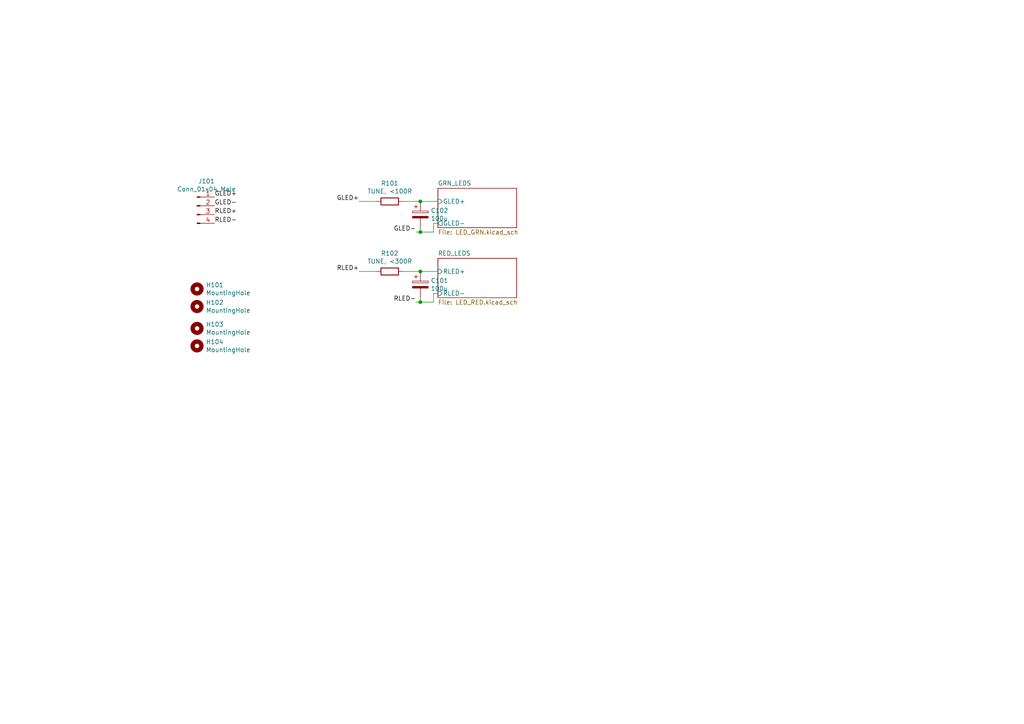
<source format=kicad_sch>
(kicad_sch (version 20211123) (generator eeschema)
  (paper "A4")
  (lib_symbols
    (symbol "Connector:Conn_01x04_Male" (pin_names (offset 1.016) hide)
      (property "Reference" "J" (at 0 5.08 0))
      (property "Value" "Connector_Conn_01x04_Male" (at 0 -7.62 0))
      (symbol "Conn_01x04_Male_1_1"
        (polyline (pts (xy 1.27 -5.08) (xy 0.8636 -5.08)) (stroke (width 0.1524)))
        (polyline (pts (xy 1.27 -2.54) (xy 0.8636 -2.54)) (stroke (width 0.1524)))
        (polyline (pts (xy 1.27 0) (xy 0.8636 0)) (stroke (width 0.1524)))
        (polyline (pts (xy 1.27 2.54) (xy 0.8636 2.54)) (stroke (width 0.1524)))
        (rectangle (start 0.8636 -4.953) (end 0 -5.207) (stroke (width 0.1524)) (fill (type outline)))
        (rectangle (start 0.8636 -2.413) (end 0 -2.667) (stroke (width 0.1524)) (fill (type outline)))
        (rectangle (start 0.8636 0.127) (end 0 -0.127) (stroke (width 0.1524)) (fill (type outline)))
        (rectangle (start 0.8636 2.667) (end 0 2.413) (stroke (width 0.1524)) (fill (type outline)))
        (pin passive line (at 5.08 2.54 180) (length 3.81) (name "Pin_1") (number "1"))
        (pin passive line (at 5.08 0 180) (length 3.81) (name "Pin_2") (number "2"))
        (pin passive line (at 5.08 -2.54 180) (length 3.81) (name "Pin_3") (number "3"))
        (pin passive line (at 5.08 -5.08 180) (length 3.81) (name "Pin_4") (number "4"))
      )
    )
    (symbol "Device:CP" (pin_numbers hide) (pin_names (offset 0.254))
      (property "Reference" "C" (at 0.635 2.54 0))
      (property "Value" "Device_CP" (at 0.635 -2.54 0))
      (symbol "CP_0_1"
        (rectangle (start -2.286 0.508) (end 2.286 1.016))
        (polyline (pts (xy -1.778 2.286) (xy -0.762 2.286)))
        (polyline (pts (xy -1.27 2.794) (xy -1.27 1.778)))
        (rectangle (start 2.286 -0.508) (end -2.286 -1.016) (fill (type outline)))
      )
      (symbol "CP_1_1"
        (pin passive line (at 0 3.81 270) (length 2.794) (name "~") (number "1"))
        (pin passive line (at 0 -3.81 90) (length 2.794) (name "~") (number "2"))
      )
    )
    (symbol "Device:R" (pin_numbers hide) (pin_names (offset 0))
      (property "Reference" "R" (at 2.032 0 90))
      (property "Value" "Device_R" (at 0 0 90))
      (symbol "R_0_1"
        (rectangle (start -1.016 -2.54) (end 1.016 2.54) (stroke (width 0.254)))
      )
      (symbol "R_1_1"
        (pin passive line (at 0 3.81 270) (length 1.27) (name "~") (number "1"))
        (pin passive line (at 0 -3.81 90) (length 1.27) (name "~") (number "2"))
      )
    )
    (symbol "Mechanical:MountingHole" (pin_names (offset 1.016))
      (property "Reference" "H" (at 0 5.08 0))
      (property "Value" "Mechanical_MountingHole" (at 0 3.175 0))
      (symbol "MountingHole_0_1"
        (circle (center 0 0) (radius 1.27) (stroke (width 1.27)))
      )
    )
  )
  (junction (at 121.92 58.42))
  (junction (at 121.92 78.74))
  (junction (at 121.92 67.31))
  (junction (at 121.92 87.63))
  (wire (pts (xy 125.73 67.31) (xy 125.73 64.77)))
  (wire (pts (xy 127 85.09) (xy 125.73 85.09)))
  (wire (pts (xy 116.84 58.42) (xy 121.92 58.42)))
  (wire (pts (xy 104.14 78.74) (xy 109.22 78.74)))
  (wire (pts (xy 104.14 58.42) (xy 109.22 58.42)))
  (wire (pts (xy 116.84 78.74) (xy 121.92 78.74)))
  (wire (pts (xy 121.92 78.74) (xy 127 78.74)))
  (wire (pts (xy 121.92 67.31) (xy 125.73 67.31)))
  (wire (pts (xy 125.73 85.09) (xy 125.73 87.63)))
  (wire (pts (xy 121.92 86.36) (xy 121.92 87.63)))
  (wire (pts (xy 121.92 87.63) (xy 120.65 87.63)))
  (wire (pts (xy 121.92 58.42) (xy 127 58.42)))
  (wire (pts (xy 125.73 87.63) (xy 121.92 87.63)))
  (wire (pts (xy 121.92 67.31) (xy 120.65 67.31)))
  (wire (pts (xy 125.73 64.77) (xy 127 64.77)))
  (wire (pts (xy 121.92 66.04) (xy 121.92 67.31)))
  (label "GLED-" (at 62.23 59.69 0))
  (label "RLED-" (at 62.23 64.77 0))
  (label "RLED+" (at 104.14 78.74 180))
  (label "GLED-" (at 120.65 67.31 180))
  (label "GLED+" (at 62.23 57.15 0))
  (label "RLED+" (at 62.23 62.23 0))
  (label "RLED-" (at 120.65 87.63 180))
  (label "GLED+" (at 104.14 58.42 180))
  (symbol (lib_id "Connector:Conn_01x04_Male") (at 57.15 59.69 0) (unit 1)
    (property "Reference" "J101" (at 59.8932 52.5526 0))
    (property "Value" "Conn_01x04_Male" (at 59.8932 54.864 0))
    (property "Footprint" "Connector_Molex:Molex_SPOX_5267-04A_1x04_P2.50mm_Vertical" (effects hide))
  )
  (symbol (lib_id "Device:CP") (at 121.92 82.55 0) (unit 1)
    (property "Reference" "C101" (at 124.9172 81.3816 0) (effects (justify left)))
    (property "Value" "100u" (at 124.9172 83.693 0) (effects (justify left)))
    (property "Footprint" "Capacitor_SMD:CP_Elec_6.3x5.8" (effects hide))
  )
  (symbol (lib_id "Device:CP") (at 121.92 62.23 0) (unit 1)
    (property "Reference" "C102" (at 124.9172 61.0616 0) (effects (justify left)))
    (property "Value" "100u" (at 124.9172 63.373 0) (effects (justify left)))
    (property "Footprint" "Capacitor_SMD:CP_Elec_6.3x5.8" (effects hide))
  )
  (symbol (lib_id "Mechanical:MountingHole") (at 57.15 83.82 0) (unit 1)
    (property "Reference" "H101" (at 59.69 82.6516 0) (effects (justify left)))
    (property "Value" "MountingHole" (at 59.69 84.963 0) (effects (justify left)))
    (property "Footprint" "MountingHole:MountingHole_3.2mm_M3_DIN965_Pad_TopBottom" (effects hide))
  )
  (symbol (lib_id "Mechanical:MountingHole") (at 57.15 88.9 0) (unit 1)
    (property "Reference" "H102" (at 59.69 87.7316 0) (effects (justify left)))
    (property "Value" "MountingHole" (at 59.69 90.043 0) (effects (justify left)))
    (property "Footprint" "MountingHole:MountingHole_3.2mm_M3_DIN965_Pad_TopBottom" (effects hide))
  )
  (symbol (lib_id "Mechanical:MountingHole") (at 57.15 95.25 0) (unit 1)
    (property "Reference" "H103" (at 59.69 94.0816 0) (effects (justify left)))
    (property "Value" "MountingHole" (at 59.69 96.393 0) (effects (justify left)))
    (property "Footprint" "MountingHole:MountingHole_3.2mm_M3_DIN965_Pad_TopBottom" (effects hide))
  )
  (symbol (lib_id "Mechanical:MountingHole") (at 57.15 100.33 0) (unit 1)
    (property "Reference" "H104" (at 59.69 99.1616 0) (effects (justify left)))
    (property "Value" "MountingHole" (at 59.69 101.473 0) (effects (justify left)))
    (property "Footprint" "MountingHole:MountingHole_3.2mm_M3_DIN965_Pad_TopBottom" (effects hide))
  )
  (symbol (lib_id "Device:R") (at 113.03 58.42 270) (unit 1)
    (property "Reference" "R101" (at 113.03 53.1622 90))
    (property "Value" "TUNE, <100R" (at 113.03 55.4736 90))
    (property "Footprint" "Resistor_SMD:R_1206_3216Metric_Pad1.30x1.75mm_HandSolder" (effects hide))
  )
  (symbol (lib_id "Device:R") (at 113.03 78.74 270) (unit 1)
    (property "Reference" "R102" (at 113.03 73.4822 90))
    (property "Value" "TUNE, <300R" (at 113.03 75.7936 90))
    (property "Footprint" "Resistor_SMD:R_1206_3216Metric_Pad1.30x1.75mm_HandSolder" (effects hide))
  )
  (sheet (at 127 74.93) (size 22.86 11.43)
    (property "Sheet name" "RED_LEDS" (at 127 74.2184 0) (effects (justify left bottom)))
    (property "Sheet file" "LED_RED.kicad_sch" (at 127 86.9446 0) (effects (justify left top)))
    (pin "RLED+" input (at 127 78.74 180))
    (pin "RLED-" input (at 127 85.09 180))
  )
  (sheet (at 127 54.61) (size 22.86 11.43)
    (property "Sheet name" "GRN_LEDS" (at 127 53.8984 0) (effects (justify left bottom)))
    (property "Sheet file" "LED_GRN.kicad_sch" (at 127 66.6246 0) (effects (justify left top)))
    (pin "GLED+" input (at 127 58.42 180))
    (pin "GLED-" output (at 127 64.77 180))
  )
)
</source>
